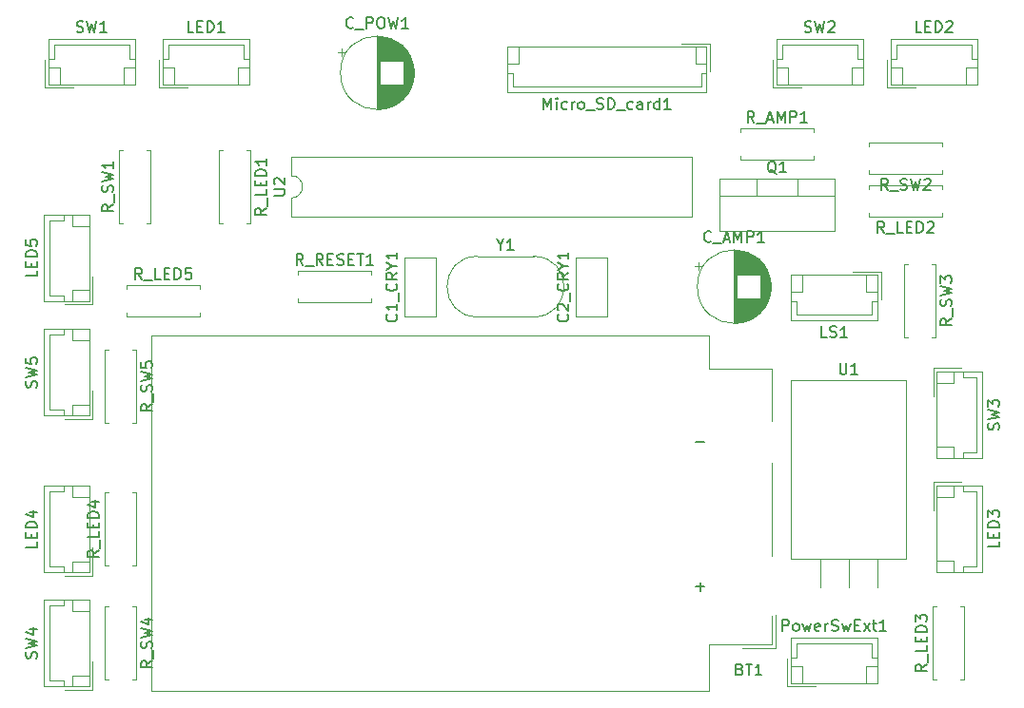
<source format=gbr>
%TF.GenerationSoftware,KiCad,Pcbnew,5.99.0+really5.1.10+dfsg1-1*%
%TF.CreationDate,2022-03-10T13:38:06+00:00*%
%TF.ProjectId,board,626f6172-642e-46b6-9963-61645f706362,rev?*%
%TF.SameCoordinates,Original*%
%TF.FileFunction,Legend,Top*%
%TF.FilePolarity,Positive*%
%FSLAX46Y46*%
G04 Gerber Fmt 4.6, Leading zero omitted, Abs format (unit mm)*
G04 Created by KiCad (PCBNEW 5.99.0+really5.1.10+dfsg1-1) date 2022-03-10 13:38:06*
%MOMM*%
%LPD*%
G01*
G04 APERTURE LIST*
%ADD10C,0.120000*%
%ADD11C,0.150000*%
G04 APERTURE END LIST*
D10*
%TO.C,Y1*%
X123110000Y-123350000D02*
G75*
G03*
X123110000Y-117950000I0J2700000D01*
G01*
X118110000Y-123350000D02*
G75*
G02*
X118110000Y-117950000I0J2700000D01*
G01*
X118110000Y-117950000D02*
X123110000Y-117950000D01*
X118110000Y-123350000D02*
X123110000Y-123350000D01*
%TO.C,U2*%
X101540000Y-110760000D02*
G75*
G02*
X101540000Y-112760000I0J-1000000D01*
G01*
X101540000Y-112760000D02*
X101540000Y-114410000D01*
X101540000Y-114410000D02*
X137220000Y-114410000D01*
X137220000Y-114410000D02*
X137220000Y-109110000D01*
X137220000Y-109110000D02*
X101540000Y-109110000D01*
X101540000Y-109110000D02*
X101540000Y-110760000D01*
%TO.C,U1*%
X146010000Y-144900000D02*
X156250000Y-144900000D01*
X146010000Y-129010000D02*
X156250000Y-129010000D01*
X146010000Y-129010000D02*
X146010000Y-144900000D01*
X156250000Y-129010000D02*
X156250000Y-144900000D01*
X148590000Y-144900000D02*
X148590000Y-147440000D01*
X151130000Y-144900000D02*
X151130000Y-147440000D01*
X153670000Y-144900000D02*
X153670000Y-147440000D01*
%TO.C,SW5*%
X83890000Y-132450000D02*
X83890000Y-129950000D01*
X81390000Y-132450000D02*
X83890000Y-132450000D01*
X82090000Y-125430000D02*
X83590000Y-125430000D01*
X82090000Y-124430000D02*
X82090000Y-125430000D01*
X82090000Y-131150000D02*
X83590000Y-131150000D01*
X82090000Y-132150000D02*
X82090000Y-131150000D01*
X81280000Y-124930000D02*
X81280000Y-124430000D01*
X80070000Y-124930000D02*
X81280000Y-124930000D01*
X80070000Y-131650000D02*
X80070000Y-124930000D01*
X81280000Y-131650000D02*
X80070000Y-131650000D01*
X81280000Y-132150000D02*
X81280000Y-131650000D01*
X79570000Y-124430000D02*
X79570000Y-132150000D01*
X83590000Y-124430000D02*
X79570000Y-124430000D01*
X83590000Y-132150000D02*
X83590000Y-124430000D01*
X79570000Y-132150000D02*
X83590000Y-132150000D01*
%TO.C,SW4*%
X79570000Y-156280000D02*
X83590000Y-156280000D01*
X83590000Y-156280000D02*
X83590000Y-148560000D01*
X83590000Y-148560000D02*
X79570000Y-148560000D01*
X79570000Y-148560000D02*
X79570000Y-156280000D01*
X81280000Y-156280000D02*
X81280000Y-155780000D01*
X81280000Y-155780000D02*
X80070000Y-155780000D01*
X80070000Y-155780000D02*
X80070000Y-149060000D01*
X80070000Y-149060000D02*
X81280000Y-149060000D01*
X81280000Y-149060000D02*
X81280000Y-148560000D01*
X82090000Y-156280000D02*
X82090000Y-155280000D01*
X82090000Y-155280000D02*
X83590000Y-155280000D01*
X82090000Y-148560000D02*
X82090000Y-149560000D01*
X82090000Y-149560000D02*
X83590000Y-149560000D01*
X81390000Y-156580000D02*
X83890000Y-156580000D01*
X83890000Y-156580000D02*
X83890000Y-154080000D01*
%TO.C,SW3*%
X163000000Y-128200000D02*
X158980000Y-128200000D01*
X158980000Y-128200000D02*
X158980000Y-135920000D01*
X158980000Y-135920000D02*
X163000000Y-135920000D01*
X163000000Y-135920000D02*
X163000000Y-128200000D01*
X161290000Y-128200000D02*
X161290000Y-128700000D01*
X161290000Y-128700000D02*
X162500000Y-128700000D01*
X162500000Y-128700000D02*
X162500000Y-135420000D01*
X162500000Y-135420000D02*
X161290000Y-135420000D01*
X161290000Y-135420000D02*
X161290000Y-135920000D01*
X160480000Y-128200000D02*
X160480000Y-129200000D01*
X160480000Y-129200000D02*
X158980000Y-129200000D01*
X160480000Y-135920000D02*
X160480000Y-134920000D01*
X160480000Y-134920000D02*
X158980000Y-134920000D01*
X161180000Y-127900000D02*
X158680000Y-127900000D01*
X158680000Y-127900000D02*
X158680000Y-130400000D01*
%TO.C,SW2*%
X144710000Y-98620000D02*
X144710000Y-102640000D01*
X144710000Y-102640000D02*
X152430000Y-102640000D01*
X152430000Y-102640000D02*
X152430000Y-98620000D01*
X152430000Y-98620000D02*
X144710000Y-98620000D01*
X144710000Y-100330000D02*
X145210000Y-100330000D01*
X145210000Y-100330000D02*
X145210000Y-99120000D01*
X145210000Y-99120000D02*
X151930000Y-99120000D01*
X151930000Y-99120000D02*
X151930000Y-100330000D01*
X151930000Y-100330000D02*
X152430000Y-100330000D01*
X144710000Y-101140000D02*
X145710000Y-101140000D01*
X145710000Y-101140000D02*
X145710000Y-102640000D01*
X152430000Y-101140000D02*
X151430000Y-101140000D01*
X151430000Y-101140000D02*
X151430000Y-102640000D01*
X144410000Y-100440000D02*
X144410000Y-102940000D01*
X144410000Y-102940000D02*
X146910000Y-102940000D01*
%TO.C,SW1*%
X79940000Y-98620000D02*
X79940000Y-102640000D01*
X79940000Y-102640000D02*
X87660000Y-102640000D01*
X87660000Y-102640000D02*
X87660000Y-98620000D01*
X87660000Y-98620000D02*
X79940000Y-98620000D01*
X79940000Y-100330000D02*
X80440000Y-100330000D01*
X80440000Y-100330000D02*
X80440000Y-99120000D01*
X80440000Y-99120000D02*
X87160000Y-99120000D01*
X87160000Y-99120000D02*
X87160000Y-100330000D01*
X87160000Y-100330000D02*
X87660000Y-100330000D01*
X79940000Y-101140000D02*
X80940000Y-101140000D01*
X80940000Y-101140000D02*
X80940000Y-102640000D01*
X87660000Y-101140000D02*
X86660000Y-101140000D01*
X86660000Y-101140000D02*
X86660000Y-102640000D01*
X79640000Y-100440000D02*
X79640000Y-102940000D01*
X79640000Y-102940000D02*
X82140000Y-102940000D01*
%TO.C,R_SW5*%
X84990000Y-132810000D02*
X85320000Y-132810000D01*
X84990000Y-126270000D02*
X84990000Y-132810000D01*
X85320000Y-126270000D02*
X84990000Y-126270000D01*
X87730000Y-132810000D02*
X87400000Y-132810000D01*
X87730000Y-126270000D02*
X87730000Y-132810000D01*
X87400000Y-126270000D02*
X87730000Y-126270000D01*
%TO.C,R_SW4*%
X87400000Y-149130000D02*
X87730000Y-149130000D01*
X87730000Y-149130000D02*
X87730000Y-155670000D01*
X87730000Y-155670000D02*
X87400000Y-155670000D01*
X85320000Y-149130000D02*
X84990000Y-149130000D01*
X84990000Y-149130000D02*
X84990000Y-155670000D01*
X84990000Y-155670000D02*
X85320000Y-155670000D01*
%TO.C,R_SW3*%
X158520000Y-118650000D02*
X158850000Y-118650000D01*
X158850000Y-118650000D02*
X158850000Y-125190000D01*
X158850000Y-125190000D02*
X158520000Y-125190000D01*
X156440000Y-118650000D02*
X156110000Y-118650000D01*
X156110000Y-118650000D02*
X156110000Y-125190000D01*
X156110000Y-125190000D02*
X156440000Y-125190000D01*
%TO.C,R_SW2*%
X159480000Y-110260000D02*
X159480000Y-110590000D01*
X159480000Y-110590000D02*
X152940000Y-110590000D01*
X152940000Y-110590000D02*
X152940000Y-110260000D01*
X159480000Y-108180000D02*
X159480000Y-107850000D01*
X159480000Y-107850000D02*
X152940000Y-107850000D01*
X152940000Y-107850000D02*
X152940000Y-108180000D01*
%TO.C,R_SW1*%
X86590000Y-115030000D02*
X86260000Y-115030000D01*
X86260000Y-115030000D02*
X86260000Y-108490000D01*
X86260000Y-108490000D02*
X86590000Y-108490000D01*
X88670000Y-115030000D02*
X89000000Y-115030000D01*
X89000000Y-115030000D02*
X89000000Y-108490000D01*
X89000000Y-108490000D02*
X88670000Y-108490000D01*
%TO.C,R_RESET1*%
X102140000Y-119610000D02*
X102140000Y-119280000D01*
X102140000Y-119280000D02*
X108680000Y-119280000D01*
X108680000Y-119280000D02*
X108680000Y-119610000D01*
X102140000Y-121690000D02*
X102140000Y-122020000D01*
X102140000Y-122020000D02*
X108680000Y-122020000D01*
X108680000Y-122020000D02*
X108680000Y-121690000D01*
%TO.C,R_LED5*%
X93440000Y-123290000D02*
X93440000Y-122960000D01*
X86900000Y-123290000D02*
X93440000Y-123290000D01*
X86900000Y-122960000D02*
X86900000Y-123290000D01*
X93440000Y-120550000D02*
X93440000Y-120880000D01*
X86900000Y-120550000D02*
X93440000Y-120550000D01*
X86900000Y-120880000D02*
X86900000Y-120550000D01*
%TO.C,R_LED4*%
X85320000Y-145510000D02*
X84990000Y-145510000D01*
X84990000Y-145510000D02*
X84990000Y-138970000D01*
X84990000Y-138970000D02*
X85320000Y-138970000D01*
X87400000Y-145510000D02*
X87730000Y-145510000D01*
X87730000Y-145510000D02*
X87730000Y-138970000D01*
X87730000Y-138970000D02*
X87400000Y-138970000D01*
%TO.C,R_LED3*%
X158980000Y-155670000D02*
X158650000Y-155670000D01*
X158650000Y-155670000D02*
X158650000Y-149130000D01*
X158650000Y-149130000D02*
X158980000Y-149130000D01*
X161060000Y-155670000D02*
X161390000Y-155670000D01*
X161390000Y-155670000D02*
X161390000Y-149130000D01*
X161390000Y-149130000D02*
X161060000Y-149130000D01*
%TO.C,R_LED2*%
X159480000Y-114070000D02*
X159480000Y-114400000D01*
X159480000Y-114400000D02*
X152940000Y-114400000D01*
X152940000Y-114400000D02*
X152940000Y-114070000D01*
X159480000Y-111990000D02*
X159480000Y-111660000D01*
X159480000Y-111660000D02*
X152940000Y-111660000D01*
X152940000Y-111660000D02*
X152940000Y-111990000D01*
%TO.C,R_LED1*%
X97560000Y-108490000D02*
X97890000Y-108490000D01*
X97890000Y-108490000D02*
X97890000Y-115030000D01*
X97890000Y-115030000D02*
X97560000Y-115030000D01*
X95480000Y-108490000D02*
X95150000Y-108490000D01*
X95150000Y-108490000D02*
X95150000Y-115030000D01*
X95150000Y-115030000D02*
X95480000Y-115030000D01*
%TO.C,R_AMP1*%
X141510000Y-106910000D02*
X141510000Y-106580000D01*
X141510000Y-106580000D02*
X148050000Y-106580000D01*
X148050000Y-106580000D02*
X148050000Y-106910000D01*
X141510000Y-108990000D02*
X141510000Y-109320000D01*
X141510000Y-109320000D02*
X148050000Y-109320000D01*
X148050000Y-109320000D02*
X148050000Y-108990000D01*
%TO.C,Q1*%
X139660000Y-111030000D02*
X149900000Y-111030000D01*
X139660000Y-115671000D02*
X149900000Y-115671000D01*
X139660000Y-111030000D02*
X139660000Y-115671000D01*
X149900000Y-111030000D02*
X149900000Y-115671000D01*
X139660000Y-112540000D02*
X149900000Y-112540000D01*
X142930000Y-111030000D02*
X142930000Y-112540000D01*
X146631000Y-111030000D02*
X146631000Y-112540000D01*
%TO.C,PowerSwExt1*%
X145980000Y-151960000D02*
X145980000Y-155980000D01*
X145980000Y-155980000D02*
X153700000Y-155980000D01*
X153700000Y-155980000D02*
X153700000Y-151960000D01*
X153700000Y-151960000D02*
X145980000Y-151960000D01*
X145980000Y-153670000D02*
X146480000Y-153670000D01*
X146480000Y-153670000D02*
X146480000Y-152460000D01*
X146480000Y-152460000D02*
X153200000Y-152460000D01*
X153200000Y-152460000D02*
X153200000Y-153670000D01*
X153200000Y-153670000D02*
X153700000Y-153670000D01*
X145980000Y-154480000D02*
X146980000Y-154480000D01*
X146980000Y-154480000D02*
X146980000Y-155980000D01*
X153700000Y-154480000D02*
X152700000Y-154480000D01*
X152700000Y-154480000D02*
X152700000Y-155980000D01*
X145680000Y-153780000D02*
X145680000Y-156280000D01*
X145680000Y-156280000D02*
X148180000Y-156280000D01*
%TO.C,Micro_SD_card1*%
X138500000Y-103310000D02*
X138500000Y-99290000D01*
X138500000Y-99290000D02*
X120780000Y-99290000D01*
X120780000Y-99290000D02*
X120780000Y-103310000D01*
X120780000Y-103310000D02*
X138500000Y-103310000D01*
X138500000Y-101600000D02*
X138000000Y-101600000D01*
X138000000Y-101600000D02*
X138000000Y-102810000D01*
X138000000Y-102810000D02*
X121280000Y-102810000D01*
X121280000Y-102810000D02*
X121280000Y-101600000D01*
X121280000Y-101600000D02*
X120780000Y-101600000D01*
X138500000Y-100790000D02*
X137500000Y-100790000D01*
X137500000Y-100790000D02*
X137500000Y-99290000D01*
X120780000Y-100790000D02*
X121780000Y-100790000D01*
X121780000Y-100790000D02*
X121780000Y-99290000D01*
X138800000Y-101490000D02*
X138800000Y-98990000D01*
X138800000Y-98990000D02*
X136300000Y-98990000D01*
%TO.C,LS1*%
X153700000Y-123630000D02*
X153700000Y-119610000D01*
X153700000Y-119610000D02*
X145980000Y-119610000D01*
X145980000Y-119610000D02*
X145980000Y-123630000D01*
X145980000Y-123630000D02*
X153700000Y-123630000D01*
X153700000Y-121920000D02*
X153200000Y-121920000D01*
X153200000Y-121920000D02*
X153200000Y-123130000D01*
X153200000Y-123130000D02*
X146480000Y-123130000D01*
X146480000Y-123130000D02*
X146480000Y-121920000D01*
X146480000Y-121920000D02*
X145980000Y-121920000D01*
X153700000Y-121110000D02*
X152700000Y-121110000D01*
X152700000Y-121110000D02*
X152700000Y-119610000D01*
X145980000Y-121110000D02*
X146980000Y-121110000D01*
X146980000Y-121110000D02*
X146980000Y-119610000D01*
X154000000Y-121810000D02*
X154000000Y-119310000D01*
X154000000Y-119310000D02*
X151500000Y-119310000D01*
%TO.C,LED5*%
X83890000Y-122250000D02*
X83890000Y-119750000D01*
X81390000Y-122250000D02*
X83890000Y-122250000D01*
X82090000Y-115230000D02*
X83590000Y-115230000D01*
X82090000Y-114230000D02*
X82090000Y-115230000D01*
X82090000Y-120950000D02*
X83590000Y-120950000D01*
X82090000Y-121950000D02*
X82090000Y-120950000D01*
X81280000Y-114730000D02*
X81280000Y-114230000D01*
X80070000Y-114730000D02*
X81280000Y-114730000D01*
X80070000Y-121450000D02*
X80070000Y-114730000D01*
X81280000Y-121450000D02*
X80070000Y-121450000D01*
X81280000Y-121950000D02*
X81280000Y-121450000D01*
X79570000Y-114230000D02*
X79570000Y-121950000D01*
X83590000Y-114230000D02*
X79570000Y-114230000D01*
X83590000Y-121950000D02*
X83590000Y-114230000D01*
X79570000Y-121950000D02*
X83590000Y-121950000D01*
%TO.C,LED4*%
X79570000Y-146120000D02*
X83590000Y-146120000D01*
X83590000Y-146120000D02*
X83590000Y-138400000D01*
X83590000Y-138400000D02*
X79570000Y-138400000D01*
X79570000Y-138400000D02*
X79570000Y-146120000D01*
X81280000Y-146120000D02*
X81280000Y-145620000D01*
X81280000Y-145620000D02*
X80070000Y-145620000D01*
X80070000Y-145620000D02*
X80070000Y-138900000D01*
X80070000Y-138900000D02*
X81280000Y-138900000D01*
X81280000Y-138900000D02*
X81280000Y-138400000D01*
X82090000Y-146120000D02*
X82090000Y-145120000D01*
X82090000Y-145120000D02*
X83590000Y-145120000D01*
X82090000Y-138400000D02*
X82090000Y-139400000D01*
X82090000Y-139400000D02*
X83590000Y-139400000D01*
X81390000Y-146420000D02*
X83890000Y-146420000D01*
X83890000Y-146420000D02*
X83890000Y-143920000D01*
%TO.C,LED3*%
X163000000Y-138360000D02*
X158980000Y-138360000D01*
X158980000Y-138360000D02*
X158980000Y-146080000D01*
X158980000Y-146080000D02*
X163000000Y-146080000D01*
X163000000Y-146080000D02*
X163000000Y-138360000D01*
X161290000Y-138360000D02*
X161290000Y-138860000D01*
X161290000Y-138860000D02*
X162500000Y-138860000D01*
X162500000Y-138860000D02*
X162500000Y-145580000D01*
X162500000Y-145580000D02*
X161290000Y-145580000D01*
X161290000Y-145580000D02*
X161290000Y-146080000D01*
X160480000Y-138360000D02*
X160480000Y-139360000D01*
X160480000Y-139360000D02*
X158980000Y-139360000D01*
X160480000Y-146080000D02*
X160480000Y-145080000D01*
X160480000Y-145080000D02*
X158980000Y-145080000D01*
X161180000Y-138060000D02*
X158680000Y-138060000D01*
X158680000Y-138060000D02*
X158680000Y-140560000D01*
%TO.C,LED2*%
X154870000Y-98620000D02*
X154870000Y-102640000D01*
X154870000Y-102640000D02*
X162590000Y-102640000D01*
X162590000Y-102640000D02*
X162590000Y-98620000D01*
X162590000Y-98620000D02*
X154870000Y-98620000D01*
X154870000Y-100330000D02*
X155370000Y-100330000D01*
X155370000Y-100330000D02*
X155370000Y-99120000D01*
X155370000Y-99120000D02*
X162090000Y-99120000D01*
X162090000Y-99120000D02*
X162090000Y-100330000D01*
X162090000Y-100330000D02*
X162590000Y-100330000D01*
X154870000Y-101140000D02*
X155870000Y-101140000D01*
X155870000Y-101140000D02*
X155870000Y-102640000D01*
X162590000Y-101140000D02*
X161590000Y-101140000D01*
X161590000Y-101140000D02*
X161590000Y-102640000D01*
X154570000Y-100440000D02*
X154570000Y-102940000D01*
X154570000Y-102940000D02*
X157070000Y-102940000D01*
%TO.C,LED1*%
X90100000Y-98620000D02*
X90100000Y-102640000D01*
X90100000Y-102640000D02*
X97820000Y-102640000D01*
X97820000Y-102640000D02*
X97820000Y-98620000D01*
X97820000Y-98620000D02*
X90100000Y-98620000D01*
X90100000Y-100330000D02*
X90600000Y-100330000D01*
X90600000Y-100330000D02*
X90600000Y-99120000D01*
X90600000Y-99120000D02*
X97320000Y-99120000D01*
X97320000Y-99120000D02*
X97320000Y-100330000D01*
X97320000Y-100330000D02*
X97820000Y-100330000D01*
X90100000Y-101140000D02*
X91100000Y-101140000D01*
X91100000Y-101140000D02*
X91100000Y-102640000D01*
X97820000Y-101140000D02*
X96820000Y-101140000D01*
X96820000Y-101140000D02*
X96820000Y-102640000D01*
X89800000Y-100440000D02*
X89800000Y-102940000D01*
X89800000Y-102940000D02*
X92300000Y-102940000D01*
%TO.C,C_POW1*%
X112470000Y-101600000D02*
G75*
G03*
X112470000Y-101600000I-3270000J0D01*
G01*
X109200000Y-98370000D02*
X109200000Y-104830000D01*
X109240000Y-98370000D02*
X109240000Y-104830000D01*
X109280000Y-98370000D02*
X109280000Y-104830000D01*
X109320000Y-98372000D02*
X109320000Y-104828000D01*
X109360000Y-98373000D02*
X109360000Y-104827000D01*
X109400000Y-98376000D02*
X109400000Y-104824000D01*
X109440000Y-98378000D02*
X109440000Y-100560000D01*
X109440000Y-102640000D02*
X109440000Y-104822000D01*
X109480000Y-98382000D02*
X109480000Y-100560000D01*
X109480000Y-102640000D02*
X109480000Y-104818000D01*
X109520000Y-98385000D02*
X109520000Y-100560000D01*
X109520000Y-102640000D02*
X109520000Y-104815000D01*
X109560000Y-98389000D02*
X109560000Y-100560000D01*
X109560000Y-102640000D02*
X109560000Y-104811000D01*
X109600000Y-98394000D02*
X109600000Y-100560000D01*
X109600000Y-102640000D02*
X109600000Y-104806000D01*
X109640000Y-98399000D02*
X109640000Y-100560000D01*
X109640000Y-102640000D02*
X109640000Y-104801000D01*
X109680000Y-98405000D02*
X109680000Y-100560000D01*
X109680000Y-102640000D02*
X109680000Y-104795000D01*
X109720000Y-98411000D02*
X109720000Y-100560000D01*
X109720000Y-102640000D02*
X109720000Y-104789000D01*
X109760000Y-98418000D02*
X109760000Y-100560000D01*
X109760000Y-102640000D02*
X109760000Y-104782000D01*
X109800000Y-98425000D02*
X109800000Y-100560000D01*
X109800000Y-102640000D02*
X109800000Y-104775000D01*
X109840000Y-98433000D02*
X109840000Y-100560000D01*
X109840000Y-102640000D02*
X109840000Y-104767000D01*
X109880000Y-98441000D02*
X109880000Y-100560000D01*
X109880000Y-102640000D02*
X109880000Y-104759000D01*
X109921000Y-98450000D02*
X109921000Y-100560000D01*
X109921000Y-102640000D02*
X109921000Y-104750000D01*
X109961000Y-98459000D02*
X109961000Y-100560000D01*
X109961000Y-102640000D02*
X109961000Y-104741000D01*
X110001000Y-98469000D02*
X110001000Y-100560000D01*
X110001000Y-102640000D02*
X110001000Y-104731000D01*
X110041000Y-98479000D02*
X110041000Y-100560000D01*
X110041000Y-102640000D02*
X110041000Y-104721000D01*
X110081000Y-98490000D02*
X110081000Y-100560000D01*
X110081000Y-102640000D02*
X110081000Y-104710000D01*
X110121000Y-98502000D02*
X110121000Y-100560000D01*
X110121000Y-102640000D02*
X110121000Y-104698000D01*
X110161000Y-98514000D02*
X110161000Y-100560000D01*
X110161000Y-102640000D02*
X110161000Y-104686000D01*
X110201000Y-98526000D02*
X110201000Y-100560000D01*
X110201000Y-102640000D02*
X110201000Y-104674000D01*
X110241000Y-98539000D02*
X110241000Y-100560000D01*
X110241000Y-102640000D02*
X110241000Y-104661000D01*
X110281000Y-98553000D02*
X110281000Y-100560000D01*
X110281000Y-102640000D02*
X110281000Y-104647000D01*
X110321000Y-98567000D02*
X110321000Y-100560000D01*
X110321000Y-102640000D02*
X110321000Y-104633000D01*
X110361000Y-98582000D02*
X110361000Y-100560000D01*
X110361000Y-102640000D02*
X110361000Y-104618000D01*
X110401000Y-98598000D02*
X110401000Y-100560000D01*
X110401000Y-102640000D02*
X110401000Y-104602000D01*
X110441000Y-98614000D02*
X110441000Y-100560000D01*
X110441000Y-102640000D02*
X110441000Y-104586000D01*
X110481000Y-98630000D02*
X110481000Y-100560000D01*
X110481000Y-102640000D02*
X110481000Y-104570000D01*
X110521000Y-98648000D02*
X110521000Y-100560000D01*
X110521000Y-102640000D02*
X110521000Y-104552000D01*
X110561000Y-98666000D02*
X110561000Y-100560000D01*
X110561000Y-102640000D02*
X110561000Y-104534000D01*
X110601000Y-98684000D02*
X110601000Y-100560000D01*
X110601000Y-102640000D02*
X110601000Y-104516000D01*
X110641000Y-98704000D02*
X110641000Y-100560000D01*
X110641000Y-102640000D02*
X110641000Y-104496000D01*
X110681000Y-98724000D02*
X110681000Y-100560000D01*
X110681000Y-102640000D02*
X110681000Y-104476000D01*
X110721000Y-98744000D02*
X110721000Y-100560000D01*
X110721000Y-102640000D02*
X110721000Y-104456000D01*
X110761000Y-98766000D02*
X110761000Y-100560000D01*
X110761000Y-102640000D02*
X110761000Y-104434000D01*
X110801000Y-98788000D02*
X110801000Y-100560000D01*
X110801000Y-102640000D02*
X110801000Y-104412000D01*
X110841000Y-98810000D02*
X110841000Y-100560000D01*
X110841000Y-102640000D02*
X110841000Y-104390000D01*
X110881000Y-98834000D02*
X110881000Y-100560000D01*
X110881000Y-102640000D02*
X110881000Y-104366000D01*
X110921000Y-98858000D02*
X110921000Y-100560000D01*
X110921000Y-102640000D02*
X110921000Y-104342000D01*
X110961000Y-98884000D02*
X110961000Y-100560000D01*
X110961000Y-102640000D02*
X110961000Y-104316000D01*
X111001000Y-98910000D02*
X111001000Y-100560000D01*
X111001000Y-102640000D02*
X111001000Y-104290000D01*
X111041000Y-98936000D02*
X111041000Y-100560000D01*
X111041000Y-102640000D02*
X111041000Y-104264000D01*
X111081000Y-98964000D02*
X111081000Y-100560000D01*
X111081000Y-102640000D02*
X111081000Y-104236000D01*
X111121000Y-98993000D02*
X111121000Y-100560000D01*
X111121000Y-102640000D02*
X111121000Y-104207000D01*
X111161000Y-99022000D02*
X111161000Y-100560000D01*
X111161000Y-102640000D02*
X111161000Y-104178000D01*
X111201000Y-99052000D02*
X111201000Y-100560000D01*
X111201000Y-102640000D02*
X111201000Y-104148000D01*
X111241000Y-99084000D02*
X111241000Y-100560000D01*
X111241000Y-102640000D02*
X111241000Y-104116000D01*
X111281000Y-99116000D02*
X111281000Y-100560000D01*
X111281000Y-102640000D02*
X111281000Y-104084000D01*
X111321000Y-99150000D02*
X111321000Y-100560000D01*
X111321000Y-102640000D02*
X111321000Y-104050000D01*
X111361000Y-99184000D02*
X111361000Y-100560000D01*
X111361000Y-102640000D02*
X111361000Y-104016000D01*
X111401000Y-99220000D02*
X111401000Y-100560000D01*
X111401000Y-102640000D02*
X111401000Y-103980000D01*
X111441000Y-99257000D02*
X111441000Y-100560000D01*
X111441000Y-102640000D02*
X111441000Y-103943000D01*
X111481000Y-99295000D02*
X111481000Y-100560000D01*
X111481000Y-102640000D02*
X111481000Y-103905000D01*
X111521000Y-99335000D02*
X111521000Y-103865000D01*
X111561000Y-99376000D02*
X111561000Y-103824000D01*
X111601000Y-99418000D02*
X111601000Y-103782000D01*
X111641000Y-99463000D02*
X111641000Y-103737000D01*
X111681000Y-99508000D02*
X111681000Y-103692000D01*
X111721000Y-99556000D02*
X111721000Y-103644000D01*
X111761000Y-99605000D02*
X111761000Y-103595000D01*
X111801000Y-99656000D02*
X111801000Y-103544000D01*
X111841000Y-99710000D02*
X111841000Y-103490000D01*
X111881000Y-99766000D02*
X111881000Y-103434000D01*
X111921000Y-99824000D02*
X111921000Y-103376000D01*
X111961000Y-99886000D02*
X111961000Y-103314000D01*
X112001000Y-99950000D02*
X112001000Y-103250000D01*
X112041000Y-100019000D02*
X112041000Y-103181000D01*
X112081000Y-100091000D02*
X112081000Y-103109000D01*
X112121000Y-100168000D02*
X112121000Y-103032000D01*
X112161000Y-100250000D02*
X112161000Y-102950000D01*
X112201000Y-100338000D02*
X112201000Y-102862000D01*
X112241000Y-100435000D02*
X112241000Y-102765000D01*
X112281000Y-100541000D02*
X112281000Y-102659000D01*
X112321000Y-100660000D02*
X112321000Y-102540000D01*
X112361000Y-100798000D02*
X112361000Y-102402000D01*
X112401000Y-100967000D02*
X112401000Y-102233000D01*
X112441000Y-101198000D02*
X112441000Y-102002000D01*
X105699759Y-99761000D02*
X106329759Y-99761000D01*
X106014759Y-99446000D02*
X106014759Y-100076000D01*
%TO.C,C_AMP1*%
X144220000Y-120650000D02*
G75*
G03*
X144220000Y-120650000I-3270000J0D01*
G01*
X140950000Y-117420000D02*
X140950000Y-123880000D01*
X140990000Y-117420000D02*
X140990000Y-123880000D01*
X141030000Y-117420000D02*
X141030000Y-123880000D01*
X141070000Y-117422000D02*
X141070000Y-123878000D01*
X141110000Y-117423000D02*
X141110000Y-123877000D01*
X141150000Y-117426000D02*
X141150000Y-123874000D01*
X141190000Y-117428000D02*
X141190000Y-119610000D01*
X141190000Y-121690000D02*
X141190000Y-123872000D01*
X141230000Y-117432000D02*
X141230000Y-119610000D01*
X141230000Y-121690000D02*
X141230000Y-123868000D01*
X141270000Y-117435000D02*
X141270000Y-119610000D01*
X141270000Y-121690000D02*
X141270000Y-123865000D01*
X141310000Y-117439000D02*
X141310000Y-119610000D01*
X141310000Y-121690000D02*
X141310000Y-123861000D01*
X141350000Y-117444000D02*
X141350000Y-119610000D01*
X141350000Y-121690000D02*
X141350000Y-123856000D01*
X141390000Y-117449000D02*
X141390000Y-119610000D01*
X141390000Y-121690000D02*
X141390000Y-123851000D01*
X141430000Y-117455000D02*
X141430000Y-119610000D01*
X141430000Y-121690000D02*
X141430000Y-123845000D01*
X141470000Y-117461000D02*
X141470000Y-119610000D01*
X141470000Y-121690000D02*
X141470000Y-123839000D01*
X141510000Y-117468000D02*
X141510000Y-119610000D01*
X141510000Y-121690000D02*
X141510000Y-123832000D01*
X141550000Y-117475000D02*
X141550000Y-119610000D01*
X141550000Y-121690000D02*
X141550000Y-123825000D01*
X141590000Y-117483000D02*
X141590000Y-119610000D01*
X141590000Y-121690000D02*
X141590000Y-123817000D01*
X141630000Y-117491000D02*
X141630000Y-119610000D01*
X141630000Y-121690000D02*
X141630000Y-123809000D01*
X141671000Y-117500000D02*
X141671000Y-119610000D01*
X141671000Y-121690000D02*
X141671000Y-123800000D01*
X141711000Y-117509000D02*
X141711000Y-119610000D01*
X141711000Y-121690000D02*
X141711000Y-123791000D01*
X141751000Y-117519000D02*
X141751000Y-119610000D01*
X141751000Y-121690000D02*
X141751000Y-123781000D01*
X141791000Y-117529000D02*
X141791000Y-119610000D01*
X141791000Y-121690000D02*
X141791000Y-123771000D01*
X141831000Y-117540000D02*
X141831000Y-119610000D01*
X141831000Y-121690000D02*
X141831000Y-123760000D01*
X141871000Y-117552000D02*
X141871000Y-119610000D01*
X141871000Y-121690000D02*
X141871000Y-123748000D01*
X141911000Y-117564000D02*
X141911000Y-119610000D01*
X141911000Y-121690000D02*
X141911000Y-123736000D01*
X141951000Y-117576000D02*
X141951000Y-119610000D01*
X141951000Y-121690000D02*
X141951000Y-123724000D01*
X141991000Y-117589000D02*
X141991000Y-119610000D01*
X141991000Y-121690000D02*
X141991000Y-123711000D01*
X142031000Y-117603000D02*
X142031000Y-119610000D01*
X142031000Y-121690000D02*
X142031000Y-123697000D01*
X142071000Y-117617000D02*
X142071000Y-119610000D01*
X142071000Y-121690000D02*
X142071000Y-123683000D01*
X142111000Y-117632000D02*
X142111000Y-119610000D01*
X142111000Y-121690000D02*
X142111000Y-123668000D01*
X142151000Y-117648000D02*
X142151000Y-119610000D01*
X142151000Y-121690000D02*
X142151000Y-123652000D01*
X142191000Y-117664000D02*
X142191000Y-119610000D01*
X142191000Y-121690000D02*
X142191000Y-123636000D01*
X142231000Y-117680000D02*
X142231000Y-119610000D01*
X142231000Y-121690000D02*
X142231000Y-123620000D01*
X142271000Y-117698000D02*
X142271000Y-119610000D01*
X142271000Y-121690000D02*
X142271000Y-123602000D01*
X142311000Y-117716000D02*
X142311000Y-119610000D01*
X142311000Y-121690000D02*
X142311000Y-123584000D01*
X142351000Y-117734000D02*
X142351000Y-119610000D01*
X142351000Y-121690000D02*
X142351000Y-123566000D01*
X142391000Y-117754000D02*
X142391000Y-119610000D01*
X142391000Y-121690000D02*
X142391000Y-123546000D01*
X142431000Y-117774000D02*
X142431000Y-119610000D01*
X142431000Y-121690000D02*
X142431000Y-123526000D01*
X142471000Y-117794000D02*
X142471000Y-119610000D01*
X142471000Y-121690000D02*
X142471000Y-123506000D01*
X142511000Y-117816000D02*
X142511000Y-119610000D01*
X142511000Y-121690000D02*
X142511000Y-123484000D01*
X142551000Y-117838000D02*
X142551000Y-119610000D01*
X142551000Y-121690000D02*
X142551000Y-123462000D01*
X142591000Y-117860000D02*
X142591000Y-119610000D01*
X142591000Y-121690000D02*
X142591000Y-123440000D01*
X142631000Y-117884000D02*
X142631000Y-119610000D01*
X142631000Y-121690000D02*
X142631000Y-123416000D01*
X142671000Y-117908000D02*
X142671000Y-119610000D01*
X142671000Y-121690000D02*
X142671000Y-123392000D01*
X142711000Y-117934000D02*
X142711000Y-119610000D01*
X142711000Y-121690000D02*
X142711000Y-123366000D01*
X142751000Y-117960000D02*
X142751000Y-119610000D01*
X142751000Y-121690000D02*
X142751000Y-123340000D01*
X142791000Y-117986000D02*
X142791000Y-119610000D01*
X142791000Y-121690000D02*
X142791000Y-123314000D01*
X142831000Y-118014000D02*
X142831000Y-119610000D01*
X142831000Y-121690000D02*
X142831000Y-123286000D01*
X142871000Y-118043000D02*
X142871000Y-119610000D01*
X142871000Y-121690000D02*
X142871000Y-123257000D01*
X142911000Y-118072000D02*
X142911000Y-119610000D01*
X142911000Y-121690000D02*
X142911000Y-123228000D01*
X142951000Y-118102000D02*
X142951000Y-119610000D01*
X142951000Y-121690000D02*
X142951000Y-123198000D01*
X142991000Y-118134000D02*
X142991000Y-119610000D01*
X142991000Y-121690000D02*
X142991000Y-123166000D01*
X143031000Y-118166000D02*
X143031000Y-119610000D01*
X143031000Y-121690000D02*
X143031000Y-123134000D01*
X143071000Y-118200000D02*
X143071000Y-119610000D01*
X143071000Y-121690000D02*
X143071000Y-123100000D01*
X143111000Y-118234000D02*
X143111000Y-119610000D01*
X143111000Y-121690000D02*
X143111000Y-123066000D01*
X143151000Y-118270000D02*
X143151000Y-119610000D01*
X143151000Y-121690000D02*
X143151000Y-123030000D01*
X143191000Y-118307000D02*
X143191000Y-119610000D01*
X143191000Y-121690000D02*
X143191000Y-122993000D01*
X143231000Y-118345000D02*
X143231000Y-119610000D01*
X143231000Y-121690000D02*
X143231000Y-122955000D01*
X143271000Y-118385000D02*
X143271000Y-122915000D01*
X143311000Y-118426000D02*
X143311000Y-122874000D01*
X143351000Y-118468000D02*
X143351000Y-122832000D01*
X143391000Y-118513000D02*
X143391000Y-122787000D01*
X143431000Y-118558000D02*
X143431000Y-122742000D01*
X143471000Y-118606000D02*
X143471000Y-122694000D01*
X143511000Y-118655000D02*
X143511000Y-122645000D01*
X143551000Y-118706000D02*
X143551000Y-122594000D01*
X143591000Y-118760000D02*
X143591000Y-122540000D01*
X143631000Y-118816000D02*
X143631000Y-122484000D01*
X143671000Y-118874000D02*
X143671000Y-122426000D01*
X143711000Y-118936000D02*
X143711000Y-122364000D01*
X143751000Y-119000000D02*
X143751000Y-122300000D01*
X143791000Y-119069000D02*
X143791000Y-122231000D01*
X143831000Y-119141000D02*
X143831000Y-122159000D01*
X143871000Y-119218000D02*
X143871000Y-122082000D01*
X143911000Y-119300000D02*
X143911000Y-122000000D01*
X143951000Y-119388000D02*
X143951000Y-121912000D01*
X143991000Y-119485000D02*
X143991000Y-121815000D01*
X144031000Y-119591000D02*
X144031000Y-121709000D01*
X144071000Y-119710000D02*
X144071000Y-121590000D01*
X144111000Y-119848000D02*
X144111000Y-121452000D01*
X144151000Y-120017000D02*
X144151000Y-121283000D01*
X144191000Y-120248000D02*
X144191000Y-121052000D01*
X137449759Y-118811000D02*
X138079759Y-118811000D01*
X137764759Y-118496000D02*
X137764759Y-119126000D01*
%TO.C,C2_CRY1*%
X126900000Y-123290000D02*
X126900000Y-118050000D01*
X129640000Y-123290000D02*
X129640000Y-118050000D01*
X126900000Y-123290000D02*
X129640000Y-123290000D01*
X126900000Y-118050000D02*
X129640000Y-118050000D01*
%TO.C,C1_CRY1*%
X111660000Y-123290000D02*
X111660000Y-118050000D01*
X114400000Y-123290000D02*
X114400000Y-118050000D01*
X111660000Y-123290000D02*
X114400000Y-123290000D01*
X111660000Y-118050000D02*
X114400000Y-118050000D01*
%TO.C,BT1*%
X89140000Y-125040000D02*
X89140000Y-156630000D01*
X89140000Y-125040000D02*
X138700000Y-125040000D01*
X138700000Y-125040000D02*
X138700000Y-127940000D01*
X138700000Y-127940000D02*
X144300000Y-127940000D01*
X89140000Y-156630000D02*
X138700000Y-156630000D01*
X138700000Y-156630000D02*
X138700000Y-152530000D01*
X138700000Y-152530000D02*
X144300000Y-152530000D01*
X144300000Y-152530000D02*
X144300000Y-149970000D01*
X144300000Y-144670000D02*
X144300000Y-136320000D01*
X144300000Y-127940000D02*
X144300000Y-132620000D01*
X144640000Y-152870000D02*
X144640000Y-149870000D01*
X144640000Y-152870000D02*
X141640000Y-152870000D01*
%TO.C,Y1*%
D11*
X120133809Y-116926190D02*
X120133809Y-117402380D01*
X119800476Y-116402380D02*
X120133809Y-116926190D01*
X120467142Y-116402380D01*
X121324285Y-117402380D02*
X120752857Y-117402380D01*
X121038571Y-117402380D02*
X121038571Y-116402380D01*
X120943333Y-116545238D01*
X120848095Y-116640476D01*
X120752857Y-116688095D01*
%TO.C,U2*%
X99992380Y-112521904D02*
X100801904Y-112521904D01*
X100897142Y-112474285D01*
X100944761Y-112426666D01*
X100992380Y-112331428D01*
X100992380Y-112140952D01*
X100944761Y-112045714D01*
X100897142Y-111998095D01*
X100801904Y-111950476D01*
X99992380Y-111950476D01*
X100087619Y-111521904D02*
X100040000Y-111474285D01*
X99992380Y-111379047D01*
X99992380Y-111140952D01*
X100040000Y-111045714D01*
X100087619Y-110998095D01*
X100182857Y-110950476D01*
X100278095Y-110950476D01*
X100420952Y-110998095D01*
X100992380Y-111569523D01*
X100992380Y-110950476D01*
%TO.C,U1*%
X150368095Y-127462380D02*
X150368095Y-128271904D01*
X150415714Y-128367142D01*
X150463333Y-128414761D01*
X150558571Y-128462380D01*
X150749047Y-128462380D01*
X150844285Y-128414761D01*
X150891904Y-128367142D01*
X150939523Y-128271904D01*
X150939523Y-127462380D01*
X151939523Y-128462380D02*
X151368095Y-128462380D01*
X151653809Y-128462380D02*
X151653809Y-127462380D01*
X151558571Y-127605238D01*
X151463333Y-127700476D01*
X151368095Y-127748095D01*
%TO.C,SW5*%
X78884761Y-129623333D02*
X78932380Y-129480476D01*
X78932380Y-129242380D01*
X78884761Y-129147142D01*
X78837142Y-129099523D01*
X78741904Y-129051904D01*
X78646666Y-129051904D01*
X78551428Y-129099523D01*
X78503809Y-129147142D01*
X78456190Y-129242380D01*
X78408571Y-129432857D01*
X78360952Y-129528095D01*
X78313333Y-129575714D01*
X78218095Y-129623333D01*
X78122857Y-129623333D01*
X78027619Y-129575714D01*
X77980000Y-129528095D01*
X77932380Y-129432857D01*
X77932380Y-129194761D01*
X77980000Y-129051904D01*
X77932380Y-128718571D02*
X78932380Y-128480476D01*
X78218095Y-128290000D01*
X78932380Y-128099523D01*
X77932380Y-127861428D01*
X77932380Y-127004285D02*
X77932380Y-127480476D01*
X78408571Y-127528095D01*
X78360952Y-127480476D01*
X78313333Y-127385238D01*
X78313333Y-127147142D01*
X78360952Y-127051904D01*
X78408571Y-127004285D01*
X78503809Y-126956666D01*
X78741904Y-126956666D01*
X78837142Y-127004285D01*
X78884761Y-127051904D01*
X78932380Y-127147142D01*
X78932380Y-127385238D01*
X78884761Y-127480476D01*
X78837142Y-127528095D01*
%TO.C,SW4*%
X78884761Y-153753333D02*
X78932380Y-153610476D01*
X78932380Y-153372380D01*
X78884761Y-153277142D01*
X78837142Y-153229523D01*
X78741904Y-153181904D01*
X78646666Y-153181904D01*
X78551428Y-153229523D01*
X78503809Y-153277142D01*
X78456190Y-153372380D01*
X78408571Y-153562857D01*
X78360952Y-153658095D01*
X78313333Y-153705714D01*
X78218095Y-153753333D01*
X78122857Y-153753333D01*
X78027619Y-153705714D01*
X77980000Y-153658095D01*
X77932380Y-153562857D01*
X77932380Y-153324761D01*
X77980000Y-153181904D01*
X77932380Y-152848571D02*
X78932380Y-152610476D01*
X78218095Y-152420000D01*
X78932380Y-152229523D01*
X77932380Y-151991428D01*
X78265714Y-151181904D02*
X78932380Y-151181904D01*
X77884761Y-151420000D02*
X78599047Y-151658095D01*
X78599047Y-151039047D01*
%TO.C,SW3*%
X164494761Y-133393333D02*
X164542380Y-133250476D01*
X164542380Y-133012380D01*
X164494761Y-132917142D01*
X164447142Y-132869523D01*
X164351904Y-132821904D01*
X164256666Y-132821904D01*
X164161428Y-132869523D01*
X164113809Y-132917142D01*
X164066190Y-133012380D01*
X164018571Y-133202857D01*
X163970952Y-133298095D01*
X163923333Y-133345714D01*
X163828095Y-133393333D01*
X163732857Y-133393333D01*
X163637619Y-133345714D01*
X163590000Y-133298095D01*
X163542380Y-133202857D01*
X163542380Y-132964761D01*
X163590000Y-132821904D01*
X163542380Y-132488571D02*
X164542380Y-132250476D01*
X163828095Y-132060000D01*
X164542380Y-131869523D01*
X163542380Y-131631428D01*
X163542380Y-131345714D02*
X163542380Y-130726666D01*
X163923333Y-131060000D01*
X163923333Y-130917142D01*
X163970952Y-130821904D01*
X164018571Y-130774285D01*
X164113809Y-130726666D01*
X164351904Y-130726666D01*
X164447142Y-130774285D01*
X164494761Y-130821904D01*
X164542380Y-130917142D01*
X164542380Y-131202857D01*
X164494761Y-131298095D01*
X164447142Y-131345714D01*
%TO.C,SW2*%
X147236666Y-97934761D02*
X147379523Y-97982380D01*
X147617619Y-97982380D01*
X147712857Y-97934761D01*
X147760476Y-97887142D01*
X147808095Y-97791904D01*
X147808095Y-97696666D01*
X147760476Y-97601428D01*
X147712857Y-97553809D01*
X147617619Y-97506190D01*
X147427142Y-97458571D01*
X147331904Y-97410952D01*
X147284285Y-97363333D01*
X147236666Y-97268095D01*
X147236666Y-97172857D01*
X147284285Y-97077619D01*
X147331904Y-97030000D01*
X147427142Y-96982380D01*
X147665238Y-96982380D01*
X147808095Y-97030000D01*
X148141428Y-96982380D02*
X148379523Y-97982380D01*
X148570000Y-97268095D01*
X148760476Y-97982380D01*
X148998571Y-96982380D01*
X149331904Y-97077619D02*
X149379523Y-97030000D01*
X149474761Y-96982380D01*
X149712857Y-96982380D01*
X149808095Y-97030000D01*
X149855714Y-97077619D01*
X149903333Y-97172857D01*
X149903333Y-97268095D01*
X149855714Y-97410952D01*
X149284285Y-97982380D01*
X149903333Y-97982380D01*
%TO.C,SW1*%
X82466666Y-97934761D02*
X82609523Y-97982380D01*
X82847619Y-97982380D01*
X82942857Y-97934761D01*
X82990476Y-97887142D01*
X83038095Y-97791904D01*
X83038095Y-97696666D01*
X82990476Y-97601428D01*
X82942857Y-97553809D01*
X82847619Y-97506190D01*
X82657142Y-97458571D01*
X82561904Y-97410952D01*
X82514285Y-97363333D01*
X82466666Y-97268095D01*
X82466666Y-97172857D01*
X82514285Y-97077619D01*
X82561904Y-97030000D01*
X82657142Y-96982380D01*
X82895238Y-96982380D01*
X83038095Y-97030000D01*
X83371428Y-96982380D02*
X83609523Y-97982380D01*
X83800000Y-97268095D01*
X83990476Y-97982380D01*
X84228571Y-96982380D01*
X85133333Y-97982380D02*
X84561904Y-97982380D01*
X84847619Y-97982380D02*
X84847619Y-96982380D01*
X84752380Y-97125238D01*
X84657142Y-97220476D01*
X84561904Y-97268095D01*
%TO.C,R_SW5*%
X89182380Y-131135238D02*
X88706190Y-131468571D01*
X89182380Y-131706666D02*
X88182380Y-131706666D01*
X88182380Y-131325714D01*
X88230000Y-131230476D01*
X88277619Y-131182857D01*
X88372857Y-131135238D01*
X88515714Y-131135238D01*
X88610952Y-131182857D01*
X88658571Y-131230476D01*
X88706190Y-131325714D01*
X88706190Y-131706666D01*
X89277619Y-130944761D02*
X89277619Y-130182857D01*
X89134761Y-129992380D02*
X89182380Y-129849523D01*
X89182380Y-129611428D01*
X89134761Y-129516190D01*
X89087142Y-129468571D01*
X88991904Y-129420952D01*
X88896666Y-129420952D01*
X88801428Y-129468571D01*
X88753809Y-129516190D01*
X88706190Y-129611428D01*
X88658571Y-129801904D01*
X88610952Y-129897142D01*
X88563333Y-129944761D01*
X88468095Y-129992380D01*
X88372857Y-129992380D01*
X88277619Y-129944761D01*
X88230000Y-129897142D01*
X88182380Y-129801904D01*
X88182380Y-129563809D01*
X88230000Y-129420952D01*
X88182380Y-129087619D02*
X89182380Y-128849523D01*
X88468095Y-128659047D01*
X89182380Y-128468571D01*
X88182380Y-128230476D01*
X88182380Y-127373333D02*
X88182380Y-127849523D01*
X88658571Y-127897142D01*
X88610952Y-127849523D01*
X88563333Y-127754285D01*
X88563333Y-127516190D01*
X88610952Y-127420952D01*
X88658571Y-127373333D01*
X88753809Y-127325714D01*
X88991904Y-127325714D01*
X89087142Y-127373333D01*
X89134761Y-127420952D01*
X89182380Y-127516190D01*
X89182380Y-127754285D01*
X89134761Y-127849523D01*
X89087142Y-127897142D01*
%TO.C,R_SW4*%
X89182380Y-153995238D02*
X88706190Y-154328571D01*
X89182380Y-154566666D02*
X88182380Y-154566666D01*
X88182380Y-154185714D01*
X88230000Y-154090476D01*
X88277619Y-154042857D01*
X88372857Y-153995238D01*
X88515714Y-153995238D01*
X88610952Y-154042857D01*
X88658571Y-154090476D01*
X88706190Y-154185714D01*
X88706190Y-154566666D01*
X89277619Y-153804761D02*
X89277619Y-153042857D01*
X89134761Y-152852380D02*
X89182380Y-152709523D01*
X89182380Y-152471428D01*
X89134761Y-152376190D01*
X89087142Y-152328571D01*
X88991904Y-152280952D01*
X88896666Y-152280952D01*
X88801428Y-152328571D01*
X88753809Y-152376190D01*
X88706190Y-152471428D01*
X88658571Y-152661904D01*
X88610952Y-152757142D01*
X88563333Y-152804761D01*
X88468095Y-152852380D01*
X88372857Y-152852380D01*
X88277619Y-152804761D01*
X88230000Y-152757142D01*
X88182380Y-152661904D01*
X88182380Y-152423809D01*
X88230000Y-152280952D01*
X88182380Y-151947619D02*
X89182380Y-151709523D01*
X88468095Y-151519047D01*
X89182380Y-151328571D01*
X88182380Y-151090476D01*
X88515714Y-150280952D02*
X89182380Y-150280952D01*
X88134761Y-150519047D02*
X88849047Y-150757142D01*
X88849047Y-150138095D01*
%TO.C,R_SW3*%
X160302380Y-123515238D02*
X159826190Y-123848571D01*
X160302380Y-124086666D02*
X159302380Y-124086666D01*
X159302380Y-123705714D01*
X159350000Y-123610476D01*
X159397619Y-123562857D01*
X159492857Y-123515238D01*
X159635714Y-123515238D01*
X159730952Y-123562857D01*
X159778571Y-123610476D01*
X159826190Y-123705714D01*
X159826190Y-124086666D01*
X160397619Y-123324761D02*
X160397619Y-122562857D01*
X160254761Y-122372380D02*
X160302380Y-122229523D01*
X160302380Y-121991428D01*
X160254761Y-121896190D01*
X160207142Y-121848571D01*
X160111904Y-121800952D01*
X160016666Y-121800952D01*
X159921428Y-121848571D01*
X159873809Y-121896190D01*
X159826190Y-121991428D01*
X159778571Y-122181904D01*
X159730952Y-122277142D01*
X159683333Y-122324761D01*
X159588095Y-122372380D01*
X159492857Y-122372380D01*
X159397619Y-122324761D01*
X159350000Y-122277142D01*
X159302380Y-122181904D01*
X159302380Y-121943809D01*
X159350000Y-121800952D01*
X159302380Y-121467619D02*
X160302380Y-121229523D01*
X159588095Y-121039047D01*
X160302380Y-120848571D01*
X159302380Y-120610476D01*
X159302380Y-120324761D02*
X159302380Y-119705714D01*
X159683333Y-120039047D01*
X159683333Y-119896190D01*
X159730952Y-119800952D01*
X159778571Y-119753333D01*
X159873809Y-119705714D01*
X160111904Y-119705714D01*
X160207142Y-119753333D01*
X160254761Y-119800952D01*
X160302380Y-119896190D01*
X160302380Y-120181904D01*
X160254761Y-120277142D01*
X160207142Y-120324761D01*
%TO.C,R_SW2*%
X154614761Y-112042380D02*
X154281428Y-111566190D01*
X154043333Y-112042380D02*
X154043333Y-111042380D01*
X154424285Y-111042380D01*
X154519523Y-111090000D01*
X154567142Y-111137619D01*
X154614761Y-111232857D01*
X154614761Y-111375714D01*
X154567142Y-111470952D01*
X154519523Y-111518571D01*
X154424285Y-111566190D01*
X154043333Y-111566190D01*
X154805238Y-112137619D02*
X155567142Y-112137619D01*
X155757619Y-111994761D02*
X155900476Y-112042380D01*
X156138571Y-112042380D01*
X156233809Y-111994761D01*
X156281428Y-111947142D01*
X156329047Y-111851904D01*
X156329047Y-111756666D01*
X156281428Y-111661428D01*
X156233809Y-111613809D01*
X156138571Y-111566190D01*
X155948095Y-111518571D01*
X155852857Y-111470952D01*
X155805238Y-111423333D01*
X155757619Y-111328095D01*
X155757619Y-111232857D01*
X155805238Y-111137619D01*
X155852857Y-111090000D01*
X155948095Y-111042380D01*
X156186190Y-111042380D01*
X156329047Y-111090000D01*
X156662380Y-111042380D02*
X156900476Y-112042380D01*
X157090952Y-111328095D01*
X157281428Y-112042380D01*
X157519523Y-111042380D01*
X157852857Y-111137619D02*
X157900476Y-111090000D01*
X157995714Y-111042380D01*
X158233809Y-111042380D01*
X158329047Y-111090000D01*
X158376666Y-111137619D01*
X158424285Y-111232857D01*
X158424285Y-111328095D01*
X158376666Y-111470952D01*
X157805238Y-112042380D01*
X158424285Y-112042380D01*
%TO.C,R_SW1*%
X85712380Y-113355238D02*
X85236190Y-113688571D01*
X85712380Y-113926666D02*
X84712380Y-113926666D01*
X84712380Y-113545714D01*
X84760000Y-113450476D01*
X84807619Y-113402857D01*
X84902857Y-113355238D01*
X85045714Y-113355238D01*
X85140952Y-113402857D01*
X85188571Y-113450476D01*
X85236190Y-113545714D01*
X85236190Y-113926666D01*
X85807619Y-113164761D02*
X85807619Y-112402857D01*
X85664761Y-112212380D02*
X85712380Y-112069523D01*
X85712380Y-111831428D01*
X85664761Y-111736190D01*
X85617142Y-111688571D01*
X85521904Y-111640952D01*
X85426666Y-111640952D01*
X85331428Y-111688571D01*
X85283809Y-111736190D01*
X85236190Y-111831428D01*
X85188571Y-112021904D01*
X85140952Y-112117142D01*
X85093333Y-112164761D01*
X84998095Y-112212380D01*
X84902857Y-112212380D01*
X84807619Y-112164761D01*
X84760000Y-112117142D01*
X84712380Y-112021904D01*
X84712380Y-111783809D01*
X84760000Y-111640952D01*
X84712380Y-111307619D02*
X85712380Y-111069523D01*
X84998095Y-110879047D01*
X85712380Y-110688571D01*
X84712380Y-110450476D01*
X85712380Y-109545714D02*
X85712380Y-110117142D01*
X85712380Y-109831428D02*
X84712380Y-109831428D01*
X84855238Y-109926666D01*
X84950476Y-110021904D01*
X84998095Y-110117142D01*
%TO.C,R_RESET1*%
X102600476Y-118732380D02*
X102267142Y-118256190D01*
X102029047Y-118732380D02*
X102029047Y-117732380D01*
X102410000Y-117732380D01*
X102505238Y-117780000D01*
X102552857Y-117827619D01*
X102600476Y-117922857D01*
X102600476Y-118065714D01*
X102552857Y-118160952D01*
X102505238Y-118208571D01*
X102410000Y-118256190D01*
X102029047Y-118256190D01*
X102790952Y-118827619D02*
X103552857Y-118827619D01*
X104362380Y-118732380D02*
X104029047Y-118256190D01*
X103790952Y-118732380D02*
X103790952Y-117732380D01*
X104171904Y-117732380D01*
X104267142Y-117780000D01*
X104314761Y-117827619D01*
X104362380Y-117922857D01*
X104362380Y-118065714D01*
X104314761Y-118160952D01*
X104267142Y-118208571D01*
X104171904Y-118256190D01*
X103790952Y-118256190D01*
X104790952Y-118208571D02*
X105124285Y-118208571D01*
X105267142Y-118732380D02*
X104790952Y-118732380D01*
X104790952Y-117732380D01*
X105267142Y-117732380D01*
X105648095Y-118684761D02*
X105790952Y-118732380D01*
X106029047Y-118732380D01*
X106124285Y-118684761D01*
X106171904Y-118637142D01*
X106219523Y-118541904D01*
X106219523Y-118446666D01*
X106171904Y-118351428D01*
X106124285Y-118303809D01*
X106029047Y-118256190D01*
X105838571Y-118208571D01*
X105743333Y-118160952D01*
X105695714Y-118113333D01*
X105648095Y-118018095D01*
X105648095Y-117922857D01*
X105695714Y-117827619D01*
X105743333Y-117780000D01*
X105838571Y-117732380D01*
X106076666Y-117732380D01*
X106219523Y-117780000D01*
X106648095Y-118208571D02*
X106981428Y-118208571D01*
X107124285Y-118732380D02*
X106648095Y-118732380D01*
X106648095Y-117732380D01*
X107124285Y-117732380D01*
X107410000Y-117732380D02*
X107981428Y-117732380D01*
X107695714Y-118732380D02*
X107695714Y-117732380D01*
X108838571Y-118732380D02*
X108267142Y-118732380D01*
X108552857Y-118732380D02*
X108552857Y-117732380D01*
X108457619Y-117875238D01*
X108362380Y-117970476D01*
X108267142Y-118018095D01*
%TO.C,R_LED5*%
X88265238Y-120002380D02*
X87931904Y-119526190D01*
X87693809Y-120002380D02*
X87693809Y-119002380D01*
X88074761Y-119002380D01*
X88170000Y-119050000D01*
X88217619Y-119097619D01*
X88265238Y-119192857D01*
X88265238Y-119335714D01*
X88217619Y-119430952D01*
X88170000Y-119478571D01*
X88074761Y-119526190D01*
X87693809Y-119526190D01*
X88455714Y-120097619D02*
X89217619Y-120097619D01*
X89931904Y-120002380D02*
X89455714Y-120002380D01*
X89455714Y-119002380D01*
X90265238Y-119478571D02*
X90598571Y-119478571D01*
X90741428Y-120002380D02*
X90265238Y-120002380D01*
X90265238Y-119002380D01*
X90741428Y-119002380D01*
X91170000Y-120002380D02*
X91170000Y-119002380D01*
X91408095Y-119002380D01*
X91550952Y-119050000D01*
X91646190Y-119145238D01*
X91693809Y-119240476D01*
X91741428Y-119430952D01*
X91741428Y-119573809D01*
X91693809Y-119764285D01*
X91646190Y-119859523D01*
X91550952Y-119954761D01*
X91408095Y-120002380D01*
X91170000Y-120002380D01*
X92646190Y-119002380D02*
X92170000Y-119002380D01*
X92122380Y-119478571D01*
X92170000Y-119430952D01*
X92265238Y-119383333D01*
X92503333Y-119383333D01*
X92598571Y-119430952D01*
X92646190Y-119478571D01*
X92693809Y-119573809D01*
X92693809Y-119811904D01*
X92646190Y-119907142D01*
X92598571Y-119954761D01*
X92503333Y-120002380D01*
X92265238Y-120002380D01*
X92170000Y-119954761D01*
X92122380Y-119907142D01*
%TO.C,R_LED4*%
X84442380Y-144144761D02*
X83966190Y-144478095D01*
X84442380Y-144716190D02*
X83442380Y-144716190D01*
X83442380Y-144335238D01*
X83490000Y-144240000D01*
X83537619Y-144192380D01*
X83632857Y-144144761D01*
X83775714Y-144144761D01*
X83870952Y-144192380D01*
X83918571Y-144240000D01*
X83966190Y-144335238D01*
X83966190Y-144716190D01*
X84537619Y-143954285D02*
X84537619Y-143192380D01*
X84442380Y-142478095D02*
X84442380Y-142954285D01*
X83442380Y-142954285D01*
X83918571Y-142144761D02*
X83918571Y-141811428D01*
X84442380Y-141668571D02*
X84442380Y-142144761D01*
X83442380Y-142144761D01*
X83442380Y-141668571D01*
X84442380Y-141240000D02*
X83442380Y-141240000D01*
X83442380Y-141001904D01*
X83490000Y-140859047D01*
X83585238Y-140763809D01*
X83680476Y-140716190D01*
X83870952Y-140668571D01*
X84013809Y-140668571D01*
X84204285Y-140716190D01*
X84299523Y-140763809D01*
X84394761Y-140859047D01*
X84442380Y-141001904D01*
X84442380Y-141240000D01*
X83775714Y-139811428D02*
X84442380Y-139811428D01*
X83394761Y-140049523D02*
X84109047Y-140287619D01*
X84109047Y-139668571D01*
%TO.C,R_LED3*%
X158102380Y-154304761D02*
X157626190Y-154638095D01*
X158102380Y-154876190D02*
X157102380Y-154876190D01*
X157102380Y-154495238D01*
X157150000Y-154400000D01*
X157197619Y-154352380D01*
X157292857Y-154304761D01*
X157435714Y-154304761D01*
X157530952Y-154352380D01*
X157578571Y-154400000D01*
X157626190Y-154495238D01*
X157626190Y-154876190D01*
X158197619Y-154114285D02*
X158197619Y-153352380D01*
X158102380Y-152638095D02*
X158102380Y-153114285D01*
X157102380Y-153114285D01*
X157578571Y-152304761D02*
X157578571Y-151971428D01*
X158102380Y-151828571D02*
X158102380Y-152304761D01*
X157102380Y-152304761D01*
X157102380Y-151828571D01*
X158102380Y-151400000D02*
X157102380Y-151400000D01*
X157102380Y-151161904D01*
X157150000Y-151019047D01*
X157245238Y-150923809D01*
X157340476Y-150876190D01*
X157530952Y-150828571D01*
X157673809Y-150828571D01*
X157864285Y-150876190D01*
X157959523Y-150923809D01*
X158054761Y-151019047D01*
X158102380Y-151161904D01*
X158102380Y-151400000D01*
X157102380Y-150495238D02*
X157102380Y-149876190D01*
X157483333Y-150209523D01*
X157483333Y-150066666D01*
X157530952Y-149971428D01*
X157578571Y-149923809D01*
X157673809Y-149876190D01*
X157911904Y-149876190D01*
X158007142Y-149923809D01*
X158054761Y-149971428D01*
X158102380Y-150066666D01*
X158102380Y-150352380D01*
X158054761Y-150447619D01*
X158007142Y-150495238D01*
%TO.C,R_LED2*%
X154305238Y-115852380D02*
X153971904Y-115376190D01*
X153733809Y-115852380D02*
X153733809Y-114852380D01*
X154114761Y-114852380D01*
X154210000Y-114900000D01*
X154257619Y-114947619D01*
X154305238Y-115042857D01*
X154305238Y-115185714D01*
X154257619Y-115280952D01*
X154210000Y-115328571D01*
X154114761Y-115376190D01*
X153733809Y-115376190D01*
X154495714Y-115947619D02*
X155257619Y-115947619D01*
X155971904Y-115852380D02*
X155495714Y-115852380D01*
X155495714Y-114852380D01*
X156305238Y-115328571D02*
X156638571Y-115328571D01*
X156781428Y-115852380D02*
X156305238Y-115852380D01*
X156305238Y-114852380D01*
X156781428Y-114852380D01*
X157210000Y-115852380D02*
X157210000Y-114852380D01*
X157448095Y-114852380D01*
X157590952Y-114900000D01*
X157686190Y-114995238D01*
X157733809Y-115090476D01*
X157781428Y-115280952D01*
X157781428Y-115423809D01*
X157733809Y-115614285D01*
X157686190Y-115709523D01*
X157590952Y-115804761D01*
X157448095Y-115852380D01*
X157210000Y-115852380D01*
X158162380Y-114947619D02*
X158210000Y-114900000D01*
X158305238Y-114852380D01*
X158543333Y-114852380D01*
X158638571Y-114900000D01*
X158686190Y-114947619D01*
X158733809Y-115042857D01*
X158733809Y-115138095D01*
X158686190Y-115280952D01*
X158114761Y-115852380D01*
X158733809Y-115852380D01*
%TO.C,R_LED1*%
X99342380Y-113664761D02*
X98866190Y-113998095D01*
X99342380Y-114236190D02*
X98342380Y-114236190D01*
X98342380Y-113855238D01*
X98390000Y-113760000D01*
X98437619Y-113712380D01*
X98532857Y-113664761D01*
X98675714Y-113664761D01*
X98770952Y-113712380D01*
X98818571Y-113760000D01*
X98866190Y-113855238D01*
X98866190Y-114236190D01*
X99437619Y-113474285D02*
X99437619Y-112712380D01*
X99342380Y-111998095D02*
X99342380Y-112474285D01*
X98342380Y-112474285D01*
X98818571Y-111664761D02*
X98818571Y-111331428D01*
X99342380Y-111188571D02*
X99342380Y-111664761D01*
X98342380Y-111664761D01*
X98342380Y-111188571D01*
X99342380Y-110760000D02*
X98342380Y-110760000D01*
X98342380Y-110521904D01*
X98390000Y-110379047D01*
X98485238Y-110283809D01*
X98580476Y-110236190D01*
X98770952Y-110188571D01*
X98913809Y-110188571D01*
X99104285Y-110236190D01*
X99199523Y-110283809D01*
X99294761Y-110379047D01*
X99342380Y-110521904D01*
X99342380Y-110760000D01*
X99342380Y-109236190D02*
X99342380Y-109807619D01*
X99342380Y-109521904D02*
X98342380Y-109521904D01*
X98485238Y-109617142D01*
X98580476Y-109712380D01*
X98628095Y-109807619D01*
%TO.C,R_AMP1*%
X142732380Y-106032380D02*
X142399047Y-105556190D01*
X142160952Y-106032380D02*
X142160952Y-105032380D01*
X142541904Y-105032380D01*
X142637142Y-105080000D01*
X142684761Y-105127619D01*
X142732380Y-105222857D01*
X142732380Y-105365714D01*
X142684761Y-105460952D01*
X142637142Y-105508571D01*
X142541904Y-105556190D01*
X142160952Y-105556190D01*
X142922857Y-106127619D02*
X143684761Y-106127619D01*
X143875238Y-105746666D02*
X144351428Y-105746666D01*
X143780000Y-106032380D02*
X144113333Y-105032380D01*
X144446666Y-106032380D01*
X144780000Y-106032380D02*
X144780000Y-105032380D01*
X145113333Y-105746666D01*
X145446666Y-105032380D01*
X145446666Y-106032380D01*
X145922857Y-106032380D02*
X145922857Y-105032380D01*
X146303809Y-105032380D01*
X146399047Y-105080000D01*
X146446666Y-105127619D01*
X146494285Y-105222857D01*
X146494285Y-105365714D01*
X146446666Y-105460952D01*
X146399047Y-105508571D01*
X146303809Y-105556190D01*
X145922857Y-105556190D01*
X147446666Y-106032380D02*
X146875238Y-106032380D01*
X147160952Y-106032380D02*
X147160952Y-105032380D01*
X147065714Y-105175238D01*
X146970476Y-105270476D01*
X146875238Y-105318095D01*
%TO.C,Q1*%
X144684761Y-110577619D02*
X144589523Y-110530000D01*
X144494285Y-110434761D01*
X144351428Y-110291904D01*
X144256190Y-110244285D01*
X144160952Y-110244285D01*
X144208571Y-110482380D02*
X144113333Y-110434761D01*
X144018095Y-110339523D01*
X143970476Y-110149047D01*
X143970476Y-109815714D01*
X144018095Y-109625238D01*
X144113333Y-109530000D01*
X144208571Y-109482380D01*
X144399047Y-109482380D01*
X144494285Y-109530000D01*
X144589523Y-109625238D01*
X144637142Y-109815714D01*
X144637142Y-110149047D01*
X144589523Y-110339523D01*
X144494285Y-110434761D01*
X144399047Y-110482380D01*
X144208571Y-110482380D01*
X145589523Y-110482380D02*
X145018095Y-110482380D01*
X145303809Y-110482380D02*
X145303809Y-109482380D01*
X145208571Y-109625238D01*
X145113333Y-109720476D01*
X145018095Y-109768095D01*
%TO.C,PowerSwExt1*%
X145244761Y-151322380D02*
X145244761Y-150322380D01*
X145625714Y-150322380D01*
X145720952Y-150370000D01*
X145768571Y-150417619D01*
X145816190Y-150512857D01*
X145816190Y-150655714D01*
X145768571Y-150750952D01*
X145720952Y-150798571D01*
X145625714Y-150846190D01*
X145244761Y-150846190D01*
X146387619Y-151322380D02*
X146292380Y-151274761D01*
X146244761Y-151227142D01*
X146197142Y-151131904D01*
X146197142Y-150846190D01*
X146244761Y-150750952D01*
X146292380Y-150703333D01*
X146387619Y-150655714D01*
X146530476Y-150655714D01*
X146625714Y-150703333D01*
X146673333Y-150750952D01*
X146720952Y-150846190D01*
X146720952Y-151131904D01*
X146673333Y-151227142D01*
X146625714Y-151274761D01*
X146530476Y-151322380D01*
X146387619Y-151322380D01*
X147054285Y-150655714D02*
X147244761Y-151322380D01*
X147435238Y-150846190D01*
X147625714Y-151322380D01*
X147816190Y-150655714D01*
X148578095Y-151274761D02*
X148482857Y-151322380D01*
X148292380Y-151322380D01*
X148197142Y-151274761D01*
X148149523Y-151179523D01*
X148149523Y-150798571D01*
X148197142Y-150703333D01*
X148292380Y-150655714D01*
X148482857Y-150655714D01*
X148578095Y-150703333D01*
X148625714Y-150798571D01*
X148625714Y-150893809D01*
X148149523Y-150989047D01*
X149054285Y-151322380D02*
X149054285Y-150655714D01*
X149054285Y-150846190D02*
X149101904Y-150750952D01*
X149149523Y-150703333D01*
X149244761Y-150655714D01*
X149340000Y-150655714D01*
X149625714Y-151274761D02*
X149768571Y-151322380D01*
X150006666Y-151322380D01*
X150101904Y-151274761D01*
X150149523Y-151227142D01*
X150197142Y-151131904D01*
X150197142Y-151036666D01*
X150149523Y-150941428D01*
X150101904Y-150893809D01*
X150006666Y-150846190D01*
X149816190Y-150798571D01*
X149720952Y-150750952D01*
X149673333Y-150703333D01*
X149625714Y-150608095D01*
X149625714Y-150512857D01*
X149673333Y-150417619D01*
X149720952Y-150370000D01*
X149816190Y-150322380D01*
X150054285Y-150322380D01*
X150197142Y-150370000D01*
X150530476Y-150655714D02*
X150720952Y-151322380D01*
X150911428Y-150846190D01*
X151101904Y-151322380D01*
X151292380Y-150655714D01*
X151673333Y-150798571D02*
X152006666Y-150798571D01*
X152149523Y-151322380D02*
X151673333Y-151322380D01*
X151673333Y-150322380D01*
X152149523Y-150322380D01*
X152482857Y-151322380D02*
X153006666Y-150655714D01*
X152482857Y-150655714D02*
X153006666Y-151322380D01*
X153244761Y-150655714D02*
X153625714Y-150655714D01*
X153387619Y-150322380D02*
X153387619Y-151179523D01*
X153435238Y-151274761D01*
X153530476Y-151322380D01*
X153625714Y-151322380D01*
X154482857Y-151322380D02*
X153911428Y-151322380D01*
X154197142Y-151322380D02*
X154197142Y-150322380D01*
X154101904Y-150465238D01*
X154006666Y-150560476D01*
X153911428Y-150608095D01*
%TO.C,Micro_SD_card1*%
X124020952Y-104852380D02*
X124020952Y-103852380D01*
X124354285Y-104566666D01*
X124687619Y-103852380D01*
X124687619Y-104852380D01*
X125163809Y-104852380D02*
X125163809Y-104185714D01*
X125163809Y-103852380D02*
X125116190Y-103900000D01*
X125163809Y-103947619D01*
X125211428Y-103900000D01*
X125163809Y-103852380D01*
X125163809Y-103947619D01*
X126068571Y-104804761D02*
X125973333Y-104852380D01*
X125782857Y-104852380D01*
X125687619Y-104804761D01*
X125640000Y-104757142D01*
X125592380Y-104661904D01*
X125592380Y-104376190D01*
X125640000Y-104280952D01*
X125687619Y-104233333D01*
X125782857Y-104185714D01*
X125973333Y-104185714D01*
X126068571Y-104233333D01*
X126497142Y-104852380D02*
X126497142Y-104185714D01*
X126497142Y-104376190D02*
X126544761Y-104280952D01*
X126592380Y-104233333D01*
X126687619Y-104185714D01*
X126782857Y-104185714D01*
X127259047Y-104852380D02*
X127163809Y-104804761D01*
X127116190Y-104757142D01*
X127068571Y-104661904D01*
X127068571Y-104376190D01*
X127116190Y-104280952D01*
X127163809Y-104233333D01*
X127259047Y-104185714D01*
X127401904Y-104185714D01*
X127497142Y-104233333D01*
X127544761Y-104280952D01*
X127592380Y-104376190D01*
X127592380Y-104661904D01*
X127544761Y-104757142D01*
X127497142Y-104804761D01*
X127401904Y-104852380D01*
X127259047Y-104852380D01*
X127782857Y-104947619D02*
X128544761Y-104947619D01*
X128735238Y-104804761D02*
X128878095Y-104852380D01*
X129116190Y-104852380D01*
X129211428Y-104804761D01*
X129259047Y-104757142D01*
X129306666Y-104661904D01*
X129306666Y-104566666D01*
X129259047Y-104471428D01*
X129211428Y-104423809D01*
X129116190Y-104376190D01*
X128925714Y-104328571D01*
X128830476Y-104280952D01*
X128782857Y-104233333D01*
X128735238Y-104138095D01*
X128735238Y-104042857D01*
X128782857Y-103947619D01*
X128830476Y-103900000D01*
X128925714Y-103852380D01*
X129163809Y-103852380D01*
X129306666Y-103900000D01*
X129735238Y-104852380D02*
X129735238Y-103852380D01*
X129973333Y-103852380D01*
X130116190Y-103900000D01*
X130211428Y-103995238D01*
X130259047Y-104090476D01*
X130306666Y-104280952D01*
X130306666Y-104423809D01*
X130259047Y-104614285D01*
X130211428Y-104709523D01*
X130116190Y-104804761D01*
X129973333Y-104852380D01*
X129735238Y-104852380D01*
X130497142Y-104947619D02*
X131259047Y-104947619D01*
X131925714Y-104804761D02*
X131830476Y-104852380D01*
X131640000Y-104852380D01*
X131544761Y-104804761D01*
X131497142Y-104757142D01*
X131449523Y-104661904D01*
X131449523Y-104376190D01*
X131497142Y-104280952D01*
X131544761Y-104233333D01*
X131640000Y-104185714D01*
X131830476Y-104185714D01*
X131925714Y-104233333D01*
X132782857Y-104852380D02*
X132782857Y-104328571D01*
X132735238Y-104233333D01*
X132640000Y-104185714D01*
X132449523Y-104185714D01*
X132354285Y-104233333D01*
X132782857Y-104804761D02*
X132687619Y-104852380D01*
X132449523Y-104852380D01*
X132354285Y-104804761D01*
X132306666Y-104709523D01*
X132306666Y-104614285D01*
X132354285Y-104519047D01*
X132449523Y-104471428D01*
X132687619Y-104471428D01*
X132782857Y-104423809D01*
X133259047Y-104852380D02*
X133259047Y-104185714D01*
X133259047Y-104376190D02*
X133306666Y-104280952D01*
X133354285Y-104233333D01*
X133449523Y-104185714D01*
X133544761Y-104185714D01*
X134306666Y-104852380D02*
X134306666Y-103852380D01*
X134306666Y-104804761D02*
X134211428Y-104852380D01*
X134020952Y-104852380D01*
X133925714Y-104804761D01*
X133878095Y-104757142D01*
X133830476Y-104661904D01*
X133830476Y-104376190D01*
X133878095Y-104280952D01*
X133925714Y-104233333D01*
X134020952Y-104185714D01*
X134211428Y-104185714D01*
X134306666Y-104233333D01*
X135306666Y-104852380D02*
X134735238Y-104852380D01*
X135020952Y-104852380D02*
X135020952Y-103852380D01*
X134925714Y-103995238D01*
X134830476Y-104090476D01*
X134735238Y-104138095D01*
%TO.C,LS1*%
X149197142Y-125172380D02*
X148720952Y-125172380D01*
X148720952Y-124172380D01*
X149482857Y-125124761D02*
X149625714Y-125172380D01*
X149863809Y-125172380D01*
X149959047Y-125124761D01*
X150006666Y-125077142D01*
X150054285Y-124981904D01*
X150054285Y-124886666D01*
X150006666Y-124791428D01*
X149959047Y-124743809D01*
X149863809Y-124696190D01*
X149673333Y-124648571D01*
X149578095Y-124600952D01*
X149530476Y-124553333D01*
X149482857Y-124458095D01*
X149482857Y-124362857D01*
X149530476Y-124267619D01*
X149578095Y-124220000D01*
X149673333Y-124172380D01*
X149911428Y-124172380D01*
X150054285Y-124220000D01*
X151006666Y-125172380D02*
X150435238Y-125172380D01*
X150720952Y-125172380D02*
X150720952Y-124172380D01*
X150625714Y-124315238D01*
X150530476Y-124410476D01*
X150435238Y-124458095D01*
%TO.C,LED5*%
X78932380Y-119209047D02*
X78932380Y-119685238D01*
X77932380Y-119685238D01*
X78408571Y-118875714D02*
X78408571Y-118542380D01*
X78932380Y-118399523D02*
X78932380Y-118875714D01*
X77932380Y-118875714D01*
X77932380Y-118399523D01*
X78932380Y-117970952D02*
X77932380Y-117970952D01*
X77932380Y-117732857D01*
X77980000Y-117590000D01*
X78075238Y-117494761D01*
X78170476Y-117447142D01*
X78360952Y-117399523D01*
X78503809Y-117399523D01*
X78694285Y-117447142D01*
X78789523Y-117494761D01*
X78884761Y-117590000D01*
X78932380Y-117732857D01*
X78932380Y-117970952D01*
X77932380Y-116494761D02*
X77932380Y-116970952D01*
X78408571Y-117018571D01*
X78360952Y-116970952D01*
X78313333Y-116875714D01*
X78313333Y-116637619D01*
X78360952Y-116542380D01*
X78408571Y-116494761D01*
X78503809Y-116447142D01*
X78741904Y-116447142D01*
X78837142Y-116494761D01*
X78884761Y-116542380D01*
X78932380Y-116637619D01*
X78932380Y-116875714D01*
X78884761Y-116970952D01*
X78837142Y-117018571D01*
%TO.C,LED4*%
X78932380Y-143379047D02*
X78932380Y-143855238D01*
X77932380Y-143855238D01*
X78408571Y-143045714D02*
X78408571Y-142712380D01*
X78932380Y-142569523D02*
X78932380Y-143045714D01*
X77932380Y-143045714D01*
X77932380Y-142569523D01*
X78932380Y-142140952D02*
X77932380Y-142140952D01*
X77932380Y-141902857D01*
X77980000Y-141760000D01*
X78075238Y-141664761D01*
X78170476Y-141617142D01*
X78360952Y-141569523D01*
X78503809Y-141569523D01*
X78694285Y-141617142D01*
X78789523Y-141664761D01*
X78884761Y-141760000D01*
X78932380Y-141902857D01*
X78932380Y-142140952D01*
X78265714Y-140712380D02*
X78932380Y-140712380D01*
X77884761Y-140950476D02*
X78599047Y-141188571D01*
X78599047Y-140569523D01*
%TO.C,LED3*%
X164542380Y-143339047D02*
X164542380Y-143815238D01*
X163542380Y-143815238D01*
X164018571Y-143005714D02*
X164018571Y-142672380D01*
X164542380Y-142529523D02*
X164542380Y-143005714D01*
X163542380Y-143005714D01*
X163542380Y-142529523D01*
X164542380Y-142100952D02*
X163542380Y-142100952D01*
X163542380Y-141862857D01*
X163590000Y-141720000D01*
X163685238Y-141624761D01*
X163780476Y-141577142D01*
X163970952Y-141529523D01*
X164113809Y-141529523D01*
X164304285Y-141577142D01*
X164399523Y-141624761D01*
X164494761Y-141720000D01*
X164542380Y-141862857D01*
X164542380Y-142100952D01*
X163542380Y-141196190D02*
X163542380Y-140577142D01*
X163923333Y-140910476D01*
X163923333Y-140767619D01*
X163970952Y-140672380D01*
X164018571Y-140624761D01*
X164113809Y-140577142D01*
X164351904Y-140577142D01*
X164447142Y-140624761D01*
X164494761Y-140672380D01*
X164542380Y-140767619D01*
X164542380Y-141053333D01*
X164494761Y-141148571D01*
X164447142Y-141196190D01*
%TO.C,LED2*%
X157610952Y-97982380D02*
X157134761Y-97982380D01*
X157134761Y-96982380D01*
X157944285Y-97458571D02*
X158277619Y-97458571D01*
X158420476Y-97982380D02*
X157944285Y-97982380D01*
X157944285Y-96982380D01*
X158420476Y-96982380D01*
X158849047Y-97982380D02*
X158849047Y-96982380D01*
X159087142Y-96982380D01*
X159230000Y-97030000D01*
X159325238Y-97125238D01*
X159372857Y-97220476D01*
X159420476Y-97410952D01*
X159420476Y-97553809D01*
X159372857Y-97744285D01*
X159325238Y-97839523D01*
X159230000Y-97934761D01*
X159087142Y-97982380D01*
X158849047Y-97982380D01*
X159801428Y-97077619D02*
X159849047Y-97030000D01*
X159944285Y-96982380D01*
X160182380Y-96982380D01*
X160277619Y-97030000D01*
X160325238Y-97077619D01*
X160372857Y-97172857D01*
X160372857Y-97268095D01*
X160325238Y-97410952D01*
X159753809Y-97982380D01*
X160372857Y-97982380D01*
%TO.C,LED1*%
X92840952Y-97982380D02*
X92364761Y-97982380D01*
X92364761Y-96982380D01*
X93174285Y-97458571D02*
X93507619Y-97458571D01*
X93650476Y-97982380D02*
X93174285Y-97982380D01*
X93174285Y-96982380D01*
X93650476Y-96982380D01*
X94079047Y-97982380D02*
X94079047Y-96982380D01*
X94317142Y-96982380D01*
X94460000Y-97030000D01*
X94555238Y-97125238D01*
X94602857Y-97220476D01*
X94650476Y-97410952D01*
X94650476Y-97553809D01*
X94602857Y-97744285D01*
X94555238Y-97839523D01*
X94460000Y-97934761D01*
X94317142Y-97982380D01*
X94079047Y-97982380D01*
X95602857Y-97982380D02*
X95031428Y-97982380D01*
X95317142Y-97982380D02*
X95317142Y-96982380D01*
X95221904Y-97125238D01*
X95126666Y-97220476D01*
X95031428Y-97268095D01*
%TO.C,C_POW1*%
X107057142Y-97557142D02*
X107009523Y-97604761D01*
X106866666Y-97652380D01*
X106771428Y-97652380D01*
X106628571Y-97604761D01*
X106533333Y-97509523D01*
X106485714Y-97414285D01*
X106438095Y-97223809D01*
X106438095Y-97080952D01*
X106485714Y-96890476D01*
X106533333Y-96795238D01*
X106628571Y-96700000D01*
X106771428Y-96652380D01*
X106866666Y-96652380D01*
X107009523Y-96700000D01*
X107057142Y-96747619D01*
X107247619Y-97747619D02*
X108009523Y-97747619D01*
X108247619Y-97652380D02*
X108247619Y-96652380D01*
X108628571Y-96652380D01*
X108723809Y-96700000D01*
X108771428Y-96747619D01*
X108819047Y-96842857D01*
X108819047Y-96985714D01*
X108771428Y-97080952D01*
X108723809Y-97128571D01*
X108628571Y-97176190D01*
X108247619Y-97176190D01*
X109438095Y-96652380D02*
X109628571Y-96652380D01*
X109723809Y-96700000D01*
X109819047Y-96795238D01*
X109866666Y-96985714D01*
X109866666Y-97319047D01*
X109819047Y-97509523D01*
X109723809Y-97604761D01*
X109628571Y-97652380D01*
X109438095Y-97652380D01*
X109342857Y-97604761D01*
X109247619Y-97509523D01*
X109200000Y-97319047D01*
X109200000Y-96985714D01*
X109247619Y-96795238D01*
X109342857Y-96700000D01*
X109438095Y-96652380D01*
X110200000Y-96652380D02*
X110438095Y-97652380D01*
X110628571Y-96938095D01*
X110819047Y-97652380D01*
X111057142Y-96652380D01*
X111961904Y-97652380D02*
X111390476Y-97652380D01*
X111676190Y-97652380D02*
X111676190Y-96652380D01*
X111580952Y-96795238D01*
X111485714Y-96890476D01*
X111390476Y-96938095D01*
%TO.C,C_AMP1*%
X138902380Y-116607142D02*
X138854761Y-116654761D01*
X138711904Y-116702380D01*
X138616666Y-116702380D01*
X138473809Y-116654761D01*
X138378571Y-116559523D01*
X138330952Y-116464285D01*
X138283333Y-116273809D01*
X138283333Y-116130952D01*
X138330952Y-115940476D01*
X138378571Y-115845238D01*
X138473809Y-115750000D01*
X138616666Y-115702380D01*
X138711904Y-115702380D01*
X138854761Y-115750000D01*
X138902380Y-115797619D01*
X139092857Y-116797619D02*
X139854761Y-116797619D01*
X140045238Y-116416666D02*
X140521428Y-116416666D01*
X139950000Y-116702380D02*
X140283333Y-115702380D01*
X140616666Y-116702380D01*
X140950000Y-116702380D02*
X140950000Y-115702380D01*
X141283333Y-116416666D01*
X141616666Y-115702380D01*
X141616666Y-116702380D01*
X142092857Y-116702380D02*
X142092857Y-115702380D01*
X142473809Y-115702380D01*
X142569047Y-115750000D01*
X142616666Y-115797619D01*
X142664285Y-115892857D01*
X142664285Y-116035714D01*
X142616666Y-116130952D01*
X142569047Y-116178571D01*
X142473809Y-116226190D01*
X142092857Y-116226190D01*
X143616666Y-116702380D02*
X143045238Y-116702380D01*
X143330952Y-116702380D02*
X143330952Y-115702380D01*
X143235714Y-115845238D01*
X143140476Y-115940476D01*
X143045238Y-115988095D01*
%TO.C,C2_CRY1*%
X126127142Y-123122380D02*
X126174761Y-123170000D01*
X126222380Y-123312857D01*
X126222380Y-123408095D01*
X126174761Y-123550952D01*
X126079523Y-123646190D01*
X125984285Y-123693809D01*
X125793809Y-123741428D01*
X125650952Y-123741428D01*
X125460476Y-123693809D01*
X125365238Y-123646190D01*
X125270000Y-123550952D01*
X125222380Y-123408095D01*
X125222380Y-123312857D01*
X125270000Y-123170000D01*
X125317619Y-123122380D01*
X125317619Y-122741428D02*
X125270000Y-122693809D01*
X125222380Y-122598571D01*
X125222380Y-122360476D01*
X125270000Y-122265238D01*
X125317619Y-122217619D01*
X125412857Y-122170000D01*
X125508095Y-122170000D01*
X125650952Y-122217619D01*
X126222380Y-122789047D01*
X126222380Y-122170000D01*
X126317619Y-121979523D02*
X126317619Y-121217619D01*
X126127142Y-120408095D02*
X126174761Y-120455714D01*
X126222380Y-120598571D01*
X126222380Y-120693809D01*
X126174761Y-120836666D01*
X126079523Y-120931904D01*
X125984285Y-120979523D01*
X125793809Y-121027142D01*
X125650952Y-121027142D01*
X125460476Y-120979523D01*
X125365238Y-120931904D01*
X125270000Y-120836666D01*
X125222380Y-120693809D01*
X125222380Y-120598571D01*
X125270000Y-120455714D01*
X125317619Y-120408095D01*
X126222380Y-119408095D02*
X125746190Y-119741428D01*
X126222380Y-119979523D02*
X125222380Y-119979523D01*
X125222380Y-119598571D01*
X125270000Y-119503333D01*
X125317619Y-119455714D01*
X125412857Y-119408095D01*
X125555714Y-119408095D01*
X125650952Y-119455714D01*
X125698571Y-119503333D01*
X125746190Y-119598571D01*
X125746190Y-119979523D01*
X125746190Y-118789047D02*
X126222380Y-118789047D01*
X125222380Y-119122380D02*
X125746190Y-118789047D01*
X125222380Y-118455714D01*
X126222380Y-117598571D02*
X126222380Y-118170000D01*
X126222380Y-117884285D02*
X125222380Y-117884285D01*
X125365238Y-117979523D01*
X125460476Y-118074761D01*
X125508095Y-118170000D01*
%TO.C,C1_CRY1*%
X110887142Y-123122380D02*
X110934761Y-123170000D01*
X110982380Y-123312857D01*
X110982380Y-123408095D01*
X110934761Y-123550952D01*
X110839523Y-123646190D01*
X110744285Y-123693809D01*
X110553809Y-123741428D01*
X110410952Y-123741428D01*
X110220476Y-123693809D01*
X110125238Y-123646190D01*
X110030000Y-123550952D01*
X109982380Y-123408095D01*
X109982380Y-123312857D01*
X110030000Y-123170000D01*
X110077619Y-123122380D01*
X110982380Y-122170000D02*
X110982380Y-122741428D01*
X110982380Y-122455714D02*
X109982380Y-122455714D01*
X110125238Y-122550952D01*
X110220476Y-122646190D01*
X110268095Y-122741428D01*
X111077619Y-121979523D02*
X111077619Y-121217619D01*
X110887142Y-120408095D02*
X110934761Y-120455714D01*
X110982380Y-120598571D01*
X110982380Y-120693809D01*
X110934761Y-120836666D01*
X110839523Y-120931904D01*
X110744285Y-120979523D01*
X110553809Y-121027142D01*
X110410952Y-121027142D01*
X110220476Y-120979523D01*
X110125238Y-120931904D01*
X110030000Y-120836666D01*
X109982380Y-120693809D01*
X109982380Y-120598571D01*
X110030000Y-120455714D01*
X110077619Y-120408095D01*
X110982380Y-119408095D02*
X110506190Y-119741428D01*
X110982380Y-119979523D02*
X109982380Y-119979523D01*
X109982380Y-119598571D01*
X110030000Y-119503333D01*
X110077619Y-119455714D01*
X110172857Y-119408095D01*
X110315714Y-119408095D01*
X110410952Y-119455714D01*
X110458571Y-119503333D01*
X110506190Y-119598571D01*
X110506190Y-119979523D01*
X110506190Y-118789047D02*
X110982380Y-118789047D01*
X109982380Y-119122380D02*
X110506190Y-118789047D01*
X109982380Y-118455714D01*
X110982380Y-117598571D02*
X110982380Y-118170000D01*
X110982380Y-117884285D02*
X109982380Y-117884285D01*
X110125238Y-117979523D01*
X110220476Y-118074761D01*
X110268095Y-118170000D01*
%TO.C,BT1*%
X141454285Y-154748571D02*
X141597142Y-154796190D01*
X141644761Y-154843809D01*
X141692380Y-154939047D01*
X141692380Y-155081904D01*
X141644761Y-155177142D01*
X141597142Y-155224761D01*
X141501904Y-155272380D01*
X141120952Y-155272380D01*
X141120952Y-154272380D01*
X141454285Y-154272380D01*
X141549523Y-154320000D01*
X141597142Y-154367619D01*
X141644761Y-154462857D01*
X141644761Y-154558095D01*
X141597142Y-154653333D01*
X141549523Y-154700952D01*
X141454285Y-154748571D01*
X141120952Y-154748571D01*
X141978095Y-154272380D02*
X142549523Y-154272380D01*
X142263809Y-155272380D02*
X142263809Y-154272380D01*
X143406666Y-155272380D02*
X142835238Y-155272380D01*
X143120952Y-155272380D02*
X143120952Y-154272380D01*
X143025714Y-154415238D01*
X142930476Y-154510476D01*
X142835238Y-154558095D01*
X137542500Y-147391428D02*
X138304404Y-147391428D01*
X137923452Y-147772380D02*
X137923452Y-147010476D01*
X137542500Y-134511428D02*
X138304404Y-134511428D01*
%TD*%
M02*

</source>
